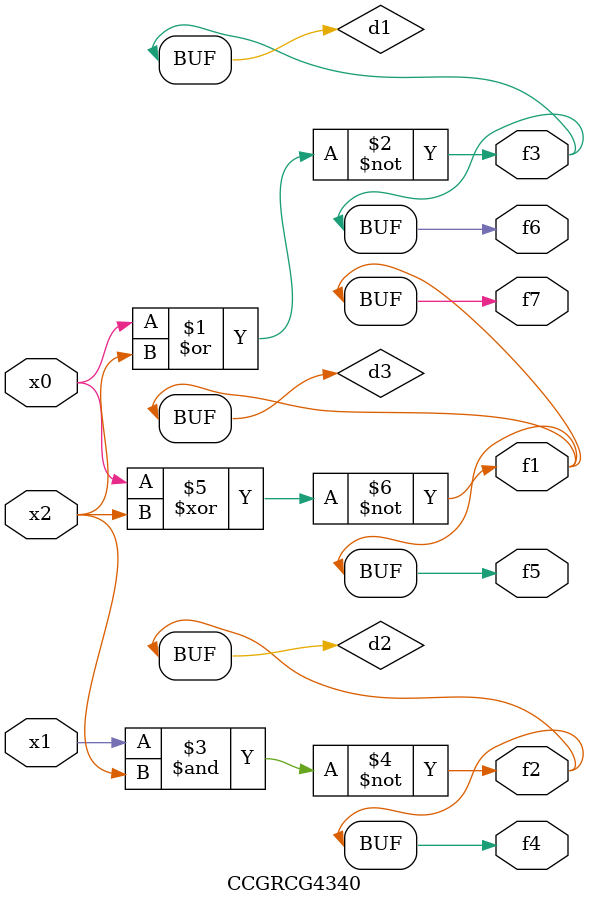
<source format=v>
module CCGRCG4340(
	input x0, x1, x2,
	output f1, f2, f3, f4, f5, f6, f7
);

	wire d1, d2, d3;

	nor (d1, x0, x2);
	nand (d2, x1, x2);
	xnor (d3, x0, x2);
	assign f1 = d3;
	assign f2 = d2;
	assign f3 = d1;
	assign f4 = d2;
	assign f5 = d3;
	assign f6 = d1;
	assign f7 = d3;
endmodule

</source>
